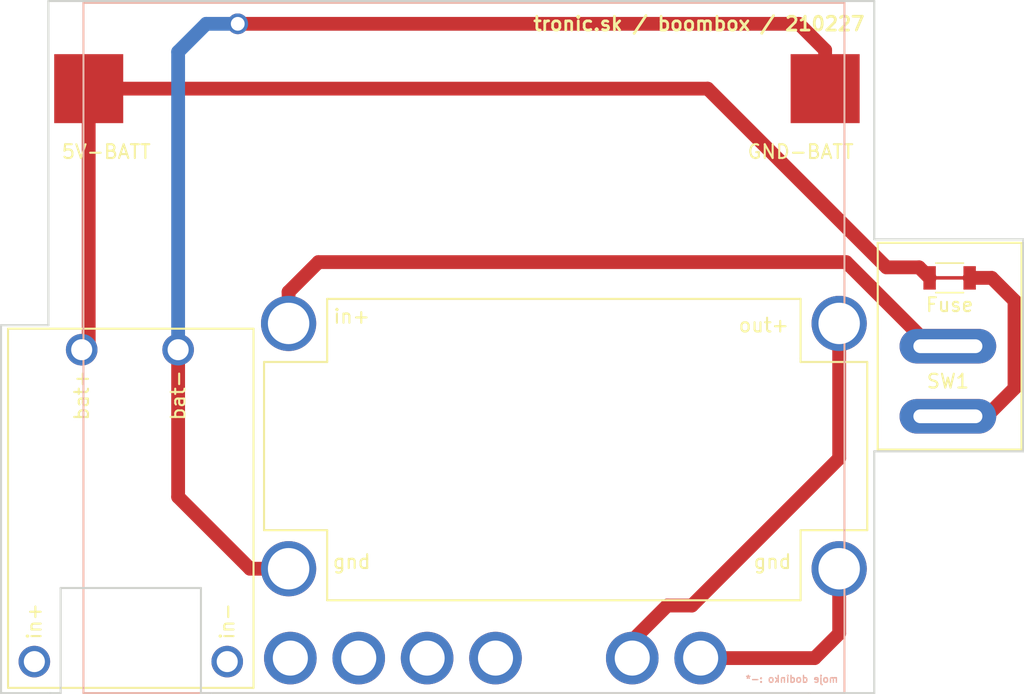
<source format=kicad_pcb>
(kicad_pcb (version 4) (host pcbnew 4.0.7)

  (general
    (links 9)
    (no_connects 0)
    (area 15.037999 17.050999 89.502001 68.039001)
    (thickness 1.6)
    (drawings 18)
    (tracks 50)
    (zones 0)
    (modules 7)
    (nets 6)
  )

  (page A4)
  (layers
    (0 F.Cu signal)
    (31 B.Cu signal)
    (32 B.Adhes user)
    (33 F.Adhes user)
    (34 B.Paste user)
    (35 F.Paste user)
    (36 B.SilkS user)
    (37 F.SilkS user)
    (38 B.Mask user)
    (39 F.Mask user)
    (40 Dwgs.User user)
    (41 Cmts.User user)
    (42 Eco1.User user)
    (43 Eco2.User user)
    (44 Edge.Cuts user)
    (45 Margin user)
    (46 B.CrtYd user)
    (47 F.CrtYd user)
    (48 B.Fab user)
    (49 F.Fab user)
  )

  (setup
    (last_trace_width 0.25)
    (trace_clearance 0.2)
    (zone_clearance 0.508)
    (zone_45_only no)
    (trace_min 0.2)
    (segment_width 0.2)
    (edge_width 0.15)
    (via_size 0.6)
    (via_drill 0.4)
    (via_min_size 0.4)
    (via_min_drill 0.3)
    (uvia_size 0.3)
    (uvia_drill 0.1)
    (uvias_allowed no)
    (uvia_min_size 0.2)
    (uvia_min_drill 0.1)
    (pcb_text_width 0.3)
    (pcb_text_size 1.5 1.5)
    (mod_edge_width 0.15)
    (mod_text_size 1 1)
    (mod_text_width 0.15)
    (pad_size 8 8)
    (pad_drill 4.7)
    (pad_to_mask_clearance 0.2)
    (solder_mask_min_width 0.25)
    (aux_axis_origin 0 0)
    (grid_origin 130.683 96.139)
    (visible_elements 7FFFFFFF)
    (pcbplotparams
      (layerselection 0x010f0_80000001)
      (usegerberextensions true)
      (excludeedgelayer true)
      (linewidth 0.100000)
      (plotframeref false)
      (viasonmask false)
      (mode 1)
      (useauxorigin false)
      (hpglpennumber 1)
      (hpglpenspeed 20)
      (hpglpendiameter 15)
      (hpglpenoverlay 2)
      (psnegative false)
      (psa4output false)
      (plotreference true)
      (plotvalue true)
      (plotinvisibletext false)
      (padsonsilk false)
      (subtractmaskfromsilk false)
      (outputformat 1)
      (mirror false)
      (drillshape 0)
      (scaleselection 1)
      (outputdirectory gerber/))
  )

  (net 0 "")
  (net 1 "Net-(F1-Pad1)")
  (net 2 "Net-(J1-Pad1)")
  (net 3 "Net-(J1-Pad2)")
  (net 4 "Net-(J1-Pad4)")
  (net 5 "Net-(J1-Pad3)")

  (net_class Default "This is the default net class."
    (clearance 0.2)
    (trace_width 0.25)
    (via_dia 0.6)
    (via_drill 0.4)
    (uvia_dia 0.3)
    (uvia_drill 0.1)
  )

  (net_class power ""
    (clearance 0.4)
    (trace_width 1)
    (via_dia 1.5)
    (via_drill 1)
    (uvia_dia 0.75)
    (uvia_drill 0.25)
    (add_net "Net-(F1-Pad1)")
    (add_net "Net-(J1-Pad1)")
    (add_net "Net-(J1-Pad2)")
    (add_net "Net-(J1-Pad3)")
    (add_net "Net-(J1-Pad4)")
  )

  (module psw:psw-dc-dc-lm2596-HOLE (layer F.Cu) (tedit 603A5718) (tstamp 603A6036)
    (at 56.007 49.911)
    (path /6037B951)
    (fp_text reference J1 (at 0 12.192) (layer F.SilkS) hide
      (effects (font (size 1 1) (thickness 0.15)))
    )
    (fp_text value boost (at 0 -12.192) (layer F.Fab)
      (effects (font (size 1 1) (thickness 0.15)))
    )
    (fp_line (start 21.844 5.842) (end 21.844 -6.35) (layer F.SilkS) (width 0.15))
    (fp_line (start 17.018 -10.922) (end 17.018 -6.604) (layer F.SilkS) (width 0.15))
    (fp_line (start 17.018 -6.604) (end 17.018 -6.35) (layer F.SilkS) (width 0.15))
    (fp_line (start 17.018 -6.35) (end 21.844 -6.35) (layer F.SilkS) (width 0.15))
    (fp_line (start 21.844 5.842) (end 17.018 5.842) (layer F.SilkS) (width 0.15))
    (fp_line (start 17.018 5.842) (end 17.018 10.922) (layer F.SilkS) (width 0.15))
    (fp_line (start 17.018 10.922) (end -17.272 10.922) (layer F.SilkS) (width 0.15))
    (fp_line (start -17.272 10.922) (end -17.272 5.842) (layer F.SilkS) (width 0.15))
    (fp_line (start -17.272 5.842) (end -21.844 5.842) (layer F.SilkS) (width 0.15))
    (fp_line (start -21.844 5.842) (end -21.844 -6.35) (layer F.SilkS) (width 0.15))
    (fp_line (start -21.844 -6.35) (end -17.272 -6.35) (layer F.SilkS) (width 0.15))
    (fp_line (start -17.272 -6.35) (end -17.272 -10.922) (layer F.SilkS) (width 0.15))
    (fp_line (start -17.272 -10.922) (end 17.018 -10.922) (layer F.SilkS) (width 0.15))
    (fp_text user out+ (at 14.351 -9.017) (layer F.SilkS)
      (effects (font (size 1 1) (thickness 0.15)))
    )
    (fp_text user in+ (at -15.494 -9.652) (layer F.SilkS)
      (effects (font (size 1 1) (thickness 0.15)))
    )
    (fp_text user gnd (at 14.986 8.128) (layer F.SilkS)
      (effects (font (size 1 1) (thickness 0.15)))
    )
    (fp_text user gnd (at -15.494 8.128) (layer F.SilkS)
      (effects (font (size 1 1) (thickness 0.15)))
    )
    (pad 1 thru_hole circle (at -20.066 -9.144) (size 4 4) (drill 3) (layers *.Cu *.Mask)
      (net 2 "Net-(J1-Pad1)") (zone_connect 1) (thermal_width 2))
    (pad 2 thru_hole circle (at -20.066 8.636) (size 4 4) (drill 3) (layers *.Cu *.Mask)
      (net 3 "Net-(J1-Pad2)") (zone_connect 1) (thermal_width 2))
    (pad 4 thru_hole circle (at 19.812 8.636) (size 4 4) (drill 3) (layers *.Cu *.Mask)
      (net 4 "Net-(J1-Pad4)") (zone_connect 1) (thermal_width 2))
    (pad 3 thru_hole circle (at 19.812 -9.144) (size 4 4) (drill 3) (layers *.Cu *.Mask)
      (net 5 "Net-(J1-Pad3)") (zone_connect 1) (thermal_width 2))
  )

  (module Resistors_SMD:R_1206 (layer F.Cu) (tedit 603A5B97) (tstamp 6037BA0A)
    (at 83.82 37.465)
    (descr "Resistor SMD 1206, reflow soldering, Vishay (see dcrcw.pdf)")
    (tags "resistor 1206")
    (path /6037B8B1)
    (attr smd)
    (fp_text reference F1 (at 0 -1.85) (layer F.SilkS) hide
      (effects (font (size 1 1) (thickness 0.15)))
    )
    (fp_text value Fuse (at 0 1.95) (layer F.SilkS)
      (effects (font (size 1 1) (thickness 0.15)))
    )
    (fp_text user %R (at 0 0) (layer F.Fab)
      (effects (font (size 0.7 0.7) (thickness 0.105)))
    )
    (fp_line (start -1.6 0.8) (end -1.6 -0.8) (layer F.Fab) (width 0.1))
    (fp_line (start 1.6 0.8) (end -1.6 0.8) (layer F.Fab) (width 0.1))
    (fp_line (start 1.6 -0.8) (end 1.6 0.8) (layer F.Fab) (width 0.1))
    (fp_line (start -1.6 -0.8) (end 1.6 -0.8) (layer F.Fab) (width 0.1))
    (fp_line (start 1 1.07) (end -1 1.07) (layer F.SilkS) (width 0.12))
    (fp_line (start -1 -1.07) (end 1 -1.07) (layer F.SilkS) (width 0.12))
    (fp_line (start -2.15 -1.11) (end 2.15 -1.11) (layer F.CrtYd) (width 0.05))
    (fp_line (start -2.15 -1.11) (end -2.15 1.1) (layer F.CrtYd) (width 0.05))
    (fp_line (start 2.15 1.1) (end 2.15 -1.11) (layer F.CrtYd) (width 0.05))
    (fp_line (start 2.15 1.1) (end -2.15 1.1) (layer F.CrtYd) (width 0.05))
    (pad 1 smd rect (at -1.45 0) (size 0.9 1.7) (layers F.Cu F.Paste F.Mask)
      (net 1 "Net-(F1-Pad1)"))
    (pad 2 smd rect (at 1.45 0) (size 0.9 1.7) (layers F.Cu F.Paste F.Mask)
      (net 1 "Net-(F1-Pad1)"))
    (model ${KISYS3DMOD}/Resistors_SMD.3dshapes/R_1206.wrl
      (at (xyz 0 0 0))
      (scale (xyz 1 1 1))
      (rotate (xyz 0 0 0))
    )
  )

  (module psw:psw-kontakt-smd-velky (layer F.Cu) (tedit 603A5689) (tstamp 6037BA17)
    (at 21.463 23.749)
    (path /6037B5DE)
    (fp_text reference J2 (at 0 3.683) (layer F.SilkS) hide
      (effects (font (size 1 1) (thickness 0.15)))
    )
    (fp_text value 5V-BATT (at 1.27 4.572) (layer F.SilkS)
      (effects (font (size 1 1) (thickness 0.15)))
    )
    (pad 1 smd rect (at 0 0) (size 5 5) (layers F.Cu F.Paste F.Mask)
      (net 1 "Net-(F1-Pad1)"))
  )

  (module psw:psw-kontakt-smd-velky (layer F.Cu) (tedit 603A568E) (tstamp 6037BA1C)
    (at 74.803 23.749)
    (path /6037B673)
    (fp_text reference J3 (at 0 3.683) (layer F.SilkS) hide
      (effects (font (size 1 1) (thickness 0.15)))
    )
    (fp_text value GND-BATT (at -1.778 4.572) (layer F.SilkS)
      (effects (font (size 1 1) (thickness 0.15)))
    )
    (pad 1 smd rect (at 0 0) (size 5 5) (layers F.Cu F.Paste F.Mask)
      (net 3 "Net-(J1-Pad2)"))
  )

  (module psw:psw-switch-240V (layer F.Cu) (tedit 603A5B7D) (tstamp 6037BA22)
    (at 83.693 42.418)
    (path /6037B86E)
    (fp_text reference SW1 (at 0 2.54) (layer F.SilkS)
      (effects (font (size 1 1) (thickness 0.15)))
    )
    (fp_text value SW_DIP_x01 (at 0 -0.5) (layer F.Fab)
      (effects (font (size 1 1) (thickness 0.15)))
    )
    (fp_line (start -5.08 -7.493) (end 5.334 -7.493) (layer F.SilkS) (width 0.15))
    (fp_line (start 5.334 -7.493) (end 5.334 7.493) (layer F.SilkS) (width 0.15))
    (fp_line (start 5.334 7.493) (end -5.08 7.493) (layer F.SilkS) (width 0.15))
    (fp_line (start -5.08 7.493) (end -5.08 -7.493) (layer F.SilkS) (width 0.15))
    (pad 1 thru_hole oval (at 0 0) (size 7 2.5) (drill oval 5 1) (layers *.Cu *.Mask)
      (net 2 "Net-(J1-Pad1)"))
    (pad 2 thru_hole oval (at 0 5.08) (size 7 2.5) (drill oval 5 1) (layers *.Cu *.Mask)
      (net 1 "Net-(F1-Pad1)"))
  )

  (module psw:psw-d-class-amp-bluetooth (layer B.Cu) (tedit 603A55B4) (tstamp 603A6057)
    (at 48.641 42.545)
    (path /6037BC88)
    (fp_text reference J5 (at 0 -12.192) (layer B.SilkS) hide
      (effects (font (size 1 1) (thickness 0.15)) (justify mirror))
    )
    (fp_text value amp (at 0 12.192) (layer B.Fab)
      (effects (font (size 1 1) (thickness 0.15)) (justify mirror))
    )
    (fp_line (start -27.559 0) (end -27.559 25.019) (layer B.SilkS) (width 0.15))
    (fp_line (start -27.559 25.019) (end 25.019 25.019) (layer B.SilkS) (width 0.15))
    (fp_line (start 25.019 25.019) (end 27.559 25.019) (layer B.SilkS) (width 0.15))
    (fp_line (start 27.559 25.019) (end 27.559 -25.019) (layer B.SilkS) (width 0.15))
    (fp_line (start 27.559 -25.019) (end -27.559 -25.019) (layer B.SilkS) (width 0.15))
    (fp_line (start -27.559 -25.019) (end -27.559 0) (layer B.SilkS) (width 0.15))
    (fp_text user in+ (at -24.13 9.398) (layer B.SilkS) hide
      (effects (font (size 1 1) (thickness 0.15)) (justify mirror))
    )
    (pad 1 thru_hole circle (at 17.145 22.479) (size 3.81 3.81) (drill 2.54) (layers *.Cu *.Mask)
      (net 4 "Net-(J1-Pad4)") (zone_connect 1) (thermal_width 2))
    (pad 2 thru_hole circle (at 12.192 22.479) (size 3.81 3.81) (drill 2.54) (layers *.Cu *.Mask)
      (net 5 "Net-(J1-Pad3)") (zone_connect 1) (thermal_width 2))
    (pad 3 thru_hole circle (at 2.286 22.479) (size 3.81 3.81) (drill 2.54) (layers *.Cu *.Mask)
      (zone_connect 1) (thermal_width 2))
    (pad 4 thru_hole circle (at -2.667 22.479) (size 3.81 3.81) (drill 2.54) (layers *.Cu *.Mask))
    (pad 5 thru_hole circle (at -7.62 22.479) (size 3.81 3.81) (drill 2.54) (layers *.Cu *.Mask))
    (pad 6 thru_hole circle (at -12.573 22.479) (size 3.81 3.81) (drill 2.54) (layers *.Cu *.Mask))
  )

  (module psw:psw-charger-18650-usb-c (layer F.Cu) (tedit 603A5BA5) (tstamp 603A6F51)
    (at 25.146 55.118 90)
    (path /6037BA58)
    (fp_text reference J4 (at 0 5.08 90) (layer F.SilkS) hide
      (effects (font (size 1 1) (thickness 0.15)))
    )
    (fp_text value charger (at 0.635 -7.62 90) (layer F.Fab)
      (effects (font (size 1 1) (thickness 0.15)))
    )
    (fp_line (start -12.065 -9.525) (end 13.97 -9.525) (layer F.SilkS) (width 0.15))
    (fp_line (start 13.97 -9.525) (end 13.97 8.255) (layer F.SilkS) (width 0.15))
    (fp_line (start 13.97 8.255) (end -12.065 8.255) (layer F.SilkS) (width 0.15))
    (fp_line (start -12.065 8.255) (end -12.065 -9.525) (layer F.SilkS) (width 0.15))
    (fp_text user in+ (at -7.239 -7.62 90) (layer F.SilkS)
      (effects (font (size 1 1) (thickness 0.15)))
    )
    (fp_text user in- (at -7.239 6.35 90) (layer F.SilkS)
      (effects (font (size 1 1) (thickness 0.15)))
    )
    (fp_text user bat+ (at 9.144 -4.191 90) (layer F.SilkS)
      (effects (font (size 1 1) (thickness 0.15)))
    )
    (fp_text user bat- (at 9.144 2.794 90) (layer F.SilkS)
      (effects (font (size 1 1) (thickness 0.15)))
    )
    (pad 1 thru_hole circle (at -10.16 -7.62 90) (size 2.286 2.286) (drill 1.524) (layers *.Cu *.Mask))
    (pad 2 thru_hole circle (at -10.16 6.35 90) (size 2.286 2.286) (drill 1.524) (layers *.Cu *.Mask))
    (pad 3 thru_hole circle (at 12.446 -4.191 90) (size 2.286 2.286) (drill 1.524) (layers *.Cu *.Mask)
      (net 1 "Net-(F1-Pad1)"))
    (pad 4 thru_hole circle (at 12.446 2.794 90) (size 2.286 2.286) (drill 1.524) (layers *.Cu *.Mask)
      (net 3 "Net-(J1-Pad2)"))
  )

  (gr_text "moje dodinko :-*" (at 72.39 66.548) (layer B.SilkS)
    (effects (font (size 0.5 0.5) (thickness 0.1)) (justify mirror))
  )
  (gr_text "tronic.sk / boombox / 210227" (at 65.659 19.05) (layer F.SilkS)
    (effects (font (size 1 1) (thickness 0.2)))
  )
  (gr_line (start 19.431 59.944) (end 29.591 59.944) (angle 90) (layer Edge.Cuts) (width 0.15))
  (gr_line (start 18.669 67.564) (end 19.431 67.564) (angle 90) (layer Edge.Cuts) (width 0.15))
  (gr_line (start 30.353 67.564) (end 29.591 67.564) (angle 90) (layer Edge.Cuts) (width 0.15))
  (gr_line (start 30.353 67.564) (end 78.359 67.564) (angle 90) (layer Edge.Cuts) (width 0.15))
  (gr_line (start 29.591 59.944) (end 29.591 67.564) (angle 90) (layer Edge.Cuts) (width 0.15))
  (gr_line (start 19.431 67.564) (end 19.431 59.944) (angle 90) (layer Edge.Cuts) (width 0.15))
  (gr_line (start 15.113 67.564) (end 18.669 67.564) (angle 90) (layer Edge.Cuts) (width 0.15))
  (gr_line (start 18.542 17.399) (end 78.359 17.399) (angle 90) (layer Edge.Cuts) (width 0.15))
  (gr_line (start 18.542 40.894) (end 18.542 17.399) (angle 90) (layer Edge.Cuts) (width 0.15))
  (gr_line (start 15.113 40.894) (end 18.542 40.894) (angle 90) (layer Edge.Cuts) (width 0.15))
  (gr_line (start 15.113 67.564) (end 15.113 40.894) (angle 90) (layer Edge.Cuts) (width 0.15))
  (gr_line (start 78.359 34.671) (end 78.359 17.399) (angle 90) (layer Edge.Cuts) (width 0.15))
  (gr_line (start 89.154 34.671) (end 78.359 34.671) (angle 90) (layer Edge.Cuts) (width 0.15))
  (gr_line (start 89.154 50.038) (end 89.154 34.671) (angle 90) (layer Edge.Cuts) (width 0.15))
  (gr_line (start 78.359 50.038) (end 89.154 50.038) (angle 90) (layer Edge.Cuts) (width 0.15))
  (gr_line (start 78.359 50.038) (end 78.359 67.564) (angle 90) (layer Edge.Cuts) (width 0.15))

  (segment (start 83.693 47.498) (end 86.487 47.498) (width 1) (layer F.Cu) (net 1) (status C00000))
  (segment (start 86.487 47.498) (end 88.519 45.466) (width 1) (layer F.Cu) (net 1) (tstamp 603A6FFA) (status 400000))
  (segment (start 86.868 37.465) (end 85.27 37.465) (width 1) (layer F.Cu) (net 1) (tstamp 603A6FFD) (status 800000))
  (segment (start 88.519 39.116) (end 86.868 37.465) (width 1) (layer F.Cu) (net 1) (tstamp 603A6FFC))
  (segment (start 88.519 45.466) (end 88.519 39.116) (width 1) (layer F.Cu) (net 1) (tstamp 603A6FFB))
  (segment (start 21.463 23.749) (end 66.294 23.749) (width 1) (layer F.Cu) (net 1))
  (segment (start 81.608 36.703) (end 82.37 37.465) (width 1) (layer F.Cu) (net 1) (tstamp 603A69C4))
  (segment (start 79.248 36.703) (end 81.608 36.703) (width 1) (layer F.Cu) (net 1) (tstamp 603A69C3))
  (segment (start 66.294 23.749) (end 79.248 36.703) (width 1) (layer F.Cu) (net 1) (tstamp 603A69C1))
  (segment (start 21.463 23.749) (end 21.463 42.164) (width 1) (layer F.Cu) (net 1))
  (segment (start 21.463 42.164) (end 20.955 42.672) (width 1) (layer F.Cu) (net 1) (tstamp 603A69BE))
  (segment (start 21.463 42.164) (end 20.955 42.672) (width 0.25) (layer F.Cu) (net 1) (tstamp 603A6462))
  (segment (start 86.487 47.498) (end 88.265 45.72) (width 0.25) (layer F.Cu) (net 1) (tstamp 603A6263))
  (segment (start 87.122 37.465) (end 82.37 37.465) (width 0.25) (layer F.Cu) (net 1) (tstamp 603A6268))
  (segment (start 88.265 38.608) (end 87.122 37.465) (width 0.25) (layer F.Cu) (net 1) (tstamp 603A6267))
  (segment (start 88.265 45.72) (end 88.265 38.608) (width 0.25) (layer F.Cu) (net 1) (tstamp 603A6265))
  (segment (start 83.693 42.418) (end 82.423 42.418) (width 1) (layer F.Cu) (net 2))
  (segment (start 82.423 42.418) (end 76.327 36.322) (width 1) (layer F.Cu) (net 2) (tstamp 603A69A1))
  (segment (start 38.1 36.322) (end 35.941 38.481) (width 1) (layer F.Cu) (net 2) (tstamp 603A69A4))
  (segment (start 76.327 36.322) (end 38.1 36.322) (width 1) (layer F.Cu) (net 2) (tstamp 603A69A2))
  (segment (start 35.941 38.481) (end 35.941 40.767) (width 1) (layer F.Cu) (net 2) (tstamp 603A69A5))
  (segment (start 83.693 42.418) (end 82.042 42.418) (width 0.25) (layer F.Cu) (net 2))
  (segment (start 82.042 42.418) (end 76.073 36.449) (width 0.25) (layer F.Cu) (net 2) (tstamp 603A6969))
  (segment (start 35.941 38.481) (end 35.941 40.767) (width 0.25) (layer F.Cu) (net 2) (tstamp 603A696F))
  (segment (start 37.973 36.449) (end 35.941 38.481) (width 0.25) (layer F.Cu) (net 2) (tstamp 603A696D))
  (segment (start 76.073 36.449) (end 37.973 36.449) (width 0.25) (layer F.Cu) (net 2) (tstamp 603A696B))
  (segment (start 83.693 42.418) (end 81.534 42.418) (width 0.25) (layer F.Cu) (net 2))
  (segment (start 35.941 42.037) (end 35.941 40.767) (width 0.25) (layer F.Cu) (net 2) (tstamp 603A6486))
  (segment (start 83.693 41.783) (end 83.693 42.418) (width 0.25) (layer B.Cu) (net 2) (tstamp 603A62AE))
  (segment (start 74.803 23.749) (end 74.803 20.955) (width 1) (layer F.Cu) (net 3))
  (segment (start 27.94 21.082) (end 27.94 42.672) (width 1) (layer B.Cu) (net 3) (tstamp 603A69B8))
  (segment (start 29.972 19.05) (end 27.94 21.082) (width 1) (layer B.Cu) (net 3) (tstamp 603A69B7))
  (segment (start 32.258 19.05) (end 29.972 19.05) (width 1) (layer B.Cu) (net 3) (tstamp 603A69B6))
  (via (at 32.258 19.05) (size 1.5) (drill 1) (layers F.Cu B.Cu) (net 3))
  (segment (start 72.898 19.05) (end 32.258 19.05) (width 1) (layer F.Cu) (net 3) (tstamp 603A69B4))
  (segment (start 74.803 20.955) (end 72.898 19.05) (width 1) (layer F.Cu) (net 3) (tstamp 603A69B3))
  (segment (start 35.941 58.547) (end 33.147 58.547) (width 1) (layer F.Cu) (net 3))
  (segment (start 33.147 58.547) (end 27.94 53.34) (width 1) (layer F.Cu) (net 3) (tstamp 603A69AD))
  (segment (start 27.94 53.34) (end 27.94 42.672) (width 1) (layer F.Cu) (net 3) (tstamp 603A69AE))
  (segment (start 27.94 42.672) (end 27.94 42.164) (width 0.25) (layer B.Cu) (net 3))
  (segment (start 75.819 58.547) (end 75.819 63.246) (width 1) (layer F.Cu) (net 4))
  (segment (start 74.041 65.024) (end 65.786 65.024) (width 1) (layer F.Cu) (net 4) (tstamp 603A6995))
  (segment (start 75.819 63.246) (end 74.041 65.024) (width 1) (layer F.Cu) (net 4) (tstamp 603A6994))
  (segment (start 65.786 63.246) (end 65.786 65.024) (width 0.25) (layer F.Cu) (net 4) (tstamp 603A697C))
  (segment (start 60.833 65.024) (end 60.833 63.754) (width 1) (layer F.Cu) (net 5))
  (segment (start 60.833 63.754) (end 63.373 61.214) (width 1) (layer F.Cu) (net 5) (tstamp 603A6998))
  (segment (start 75.819 50.546) (end 75.819 40.767) (width 1) (layer F.Cu) (net 5) (tstamp 603A699B))
  (segment (start 65.151 61.214) (end 75.819 50.546) (width 1) (layer F.Cu) (net 5) (tstamp 603A699A))
  (segment (start 63.373 61.214) (end 65.151 61.214) (width 1) (layer F.Cu) (net 5) (tstamp 603A6999))
  (segment (start 60.833 63.881) (end 60.833 65.024) (width 0.25) (layer F.Cu) (net 5) (tstamp 603A698F))

)

</source>
